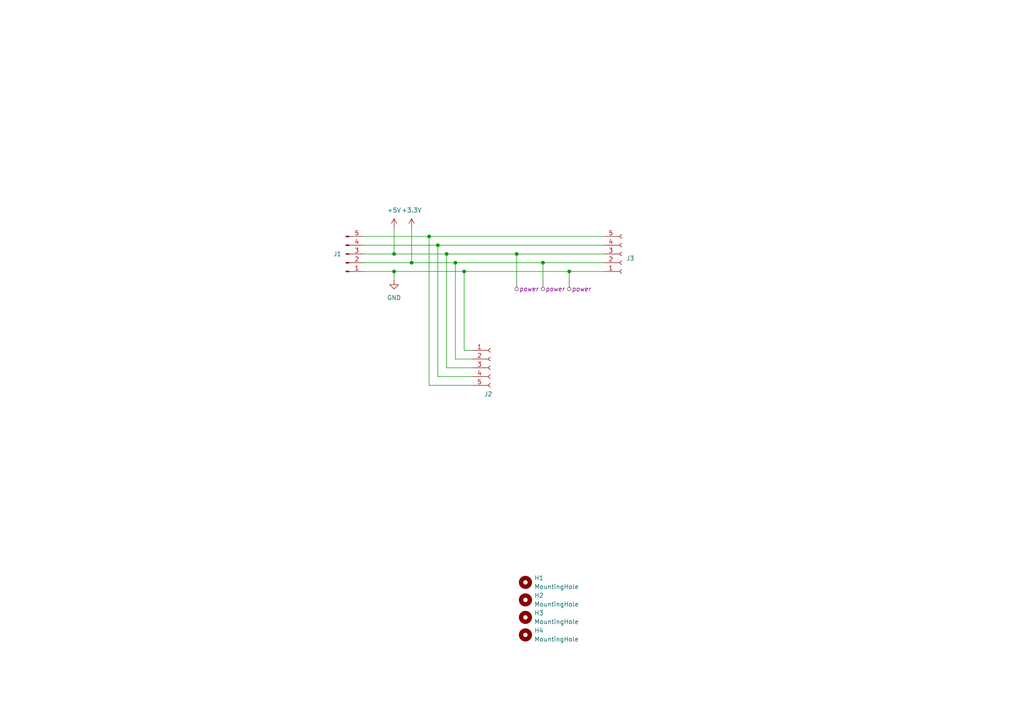
<source format=kicad_sch>
(kicad_sch (version 20231120) (generator "eeschema") (generator_version "8.0")
  (paper "A4")
  (title_block (title "${article} v${version}"))
  (lib_symbols
    (symbol "Mechanical:MountingHole" (pin_names (offset 1.016)) (exclude_from_sim yes) (in_bom no)
      (property "Reference" "H" (at 0 5.08 0))
      (property "Value" "MountingHole" (at 0 3.175 0))
      (symbol "MountingHole_0_1"
        (circle (center 0 0) (radius 1.27) (stroke (width 1.27)))
      )
    )
    (symbol "kicad_inventree_lib:FemaleHeader_01x05_P2.54_THT_angle" (pin_names (offset 1.016) hide)
      (property "Reference" "J" (at 0 7.62 0))
      (property "Value" "FemaleHeader_01x05_P2.54_THT_angle" (at 0 -7.62 0))
      (symbol "FemaleHeader_01x05_P2.54_THT_angle_1_1"
        (arc (start 0 -4.572) (mid -0.5058 -5.08) (end 0 -5.588) (stroke (width 0.1524)))
        (arc (start 0 -2.032) (mid -0.5058 -2.54) (end 0 -3.048) (stroke (width 0.1524)))
        (polyline (pts (xy -1.27 -5.08) (xy -0.508 -5.08)) (stroke (width 0.1524)))
        (polyline (pts (xy -1.27 -2.54) (xy -0.508 -2.54)) (stroke (width 0.1524)))
        (polyline (pts (xy -1.27 0) (xy -0.508 0)) (stroke (width 0.1524)))
        (polyline (pts (xy -1.27 2.54) (xy -0.508 2.54)) (stroke (width 0.1524)))
        (polyline (pts (xy -1.27 5.08) (xy -0.508 5.08)) (stroke (width 0.1524)))
        (arc (start 0 0.508) (mid -0.5058 0) (end 0 -0.508) (stroke (width 0.1524)))
        (arc (start 0 3.048) (mid -0.5058 2.54) (end 0 2.032) (stroke (width 0.1524)))
        (arc (start 0 5.588) (mid -0.5058 5.08) (end 0 4.572) (stroke (width 0.1524)))
        (pin passive line (at -5.08 5.08 0) (length 3.81) (name "Pin_1") (number "1"))
        (pin passive line (at -5.08 2.54 0) (length 3.81) (name "Pin_2") (number "2"))
        (pin passive line (at -5.08 0 0) (length 3.81) (name "Pin_3") (number "3"))
        (pin passive line (at -5.08 -2.54 0) (length 3.81) (name "Pin_4") (number "4"))
        (pin passive line (at -5.08 -5.08 0) (length 3.81) (name "Pin_5") (number "5"))
      )
    )
    (symbol "kicad_inventree_lib:FemaleHeader_01x05_P2.54_THT_straight" (pin_names (offset 1.016) hide)
      (property "Reference" "J" (at 0 7.62 0))
      (property "Value" "FemaleHeader_01x05_P2.54_THT_straight" (at 0 -7.62 0))
      (symbol "FemaleHeader_01x05_P2.54_THT_straight_1_1"
        (arc (start 0 -4.572) (mid -0.5058 -5.08) (end 0 -5.588) (stroke (width 0.1524)))
        (arc (start 0 -2.032) (mid -0.5058 -2.54) (end 0 -3.048) (stroke (width 0.1524)))
        (polyline (pts (xy -1.27 -5.08) (xy -0.508 -5.08)) (stroke (width 0.1524)))
        (polyline (pts (xy -1.27 -2.54) (xy -0.508 -2.54)) (stroke (width 0.1524)))
        (polyline (pts (xy -1.27 0) (xy -0.508 0)) (stroke (width 0.1524)))
        (polyline (pts (xy -1.27 2.54) (xy -0.508 2.54)) (stroke (width 0.1524)))
        (polyline (pts (xy -1.27 5.08) (xy -0.508 5.08)) (stroke (width 0.1524)))
        (arc (start 0 0.508) (mid -0.5058 0) (end 0 -0.508) (stroke (width 0.1524)))
        (arc (start 0 3.048) (mid -0.5058 2.54) (end 0 2.032) (stroke (width 0.1524)))
        (arc (start 0 5.588) (mid -0.5058 5.08) (end 0 4.572) (stroke (width 0.1524)))
        (pin passive line (at -5.08 5.08 0) (length 3.81) (name "Pin_1") (number "1"))
        (pin passive line (at -5.08 2.54 0) (length 3.81) (name "Pin_2") (number "2"))
        (pin passive line (at -5.08 0 0) (length 3.81) (name "Pin_3") (number "3"))
        (pin passive line (at -5.08 -2.54 0) (length 3.81) (name "Pin_4") (number "4"))
        (pin passive line (at -5.08 -5.08 0) (length 3.81) (name "Pin_5") (number "5"))
      )
    )
    (symbol "kicad_inventree_lib:PinHeader_01x05_P2.54_THT_angle" (pin_names (offset 1.016) hide)
      (property "Reference" "J" (at 0 7.62 0))
      (property "Value" "PinHeader_01x05_P2.54_THT_angle" (at 0 -7.62 0))
      (symbol "PinHeader_01x05_P2.54_THT_angle_1_1"
        (polyline (pts (xy 1.27 -5.08) (xy 0.8636 -5.08)) (stroke (width 0.1524)))
        (polyline (pts (xy 1.27 -2.54) (xy 0.8636 -2.54)) (stroke (width 0.1524)))
        (polyline (pts (xy 1.27 0) (xy 0.8636 0)) (stroke (width 0.1524)))
        (polyline (pts (xy 1.27 2.54) (xy 0.8636 2.54)) (stroke (width 0.1524)))
        (polyline (pts (xy 1.27 5.08) (xy 0.8636 5.08)) (stroke (width 0.1524)))
        (rectangle (start 0.8636 -4.953) (end 0 -5.207) (stroke (width 0.1524)) (fill (type outline)))
        (rectangle (start 0.8636 -2.413) (end 0 -2.667) (stroke (width 0.1524)) (fill (type outline)))
        (rectangle (start 0.8636 0.127) (end 0 -0.127) (stroke (width 0.1524)) (fill (type outline)))
        (rectangle (start 0.8636 2.667) (end 0 2.413) (stroke (width 0.1524)) (fill (type outline)))
        (rectangle (start 0.8636 5.207) (end 0 4.953) (stroke (width 0.1524)) (fill (type outline)))
        (pin passive line (at 5.08 5.08 180) (length 3.81) (name "Pin_1") (number "1"))
        (pin passive line (at 5.08 2.54 180) (length 3.81) (name "Pin_2") (number "2"))
        (pin passive line (at 5.08 0 180) (length 3.81) (name "Pin_3") (number "3"))
        (pin passive line (at 5.08 -2.54 180) (length 3.81) (name "Pin_4") (number "4"))
        (pin passive line (at 5.08 -5.08 180) (length 3.81) (name "Pin_5") (number "5"))
      )
    )
    (symbol "power:+5V" (power) (pin_numbers hide) (pin_names (offset 0) hide)
      (property "Value" "+5V" (at 0 3.556 0))
      (symbol "+5V_0_1"
        (polyline (pts (xy -0.762 1.27) (xy 0 2.54)))
        (polyline (pts (xy 0 0) (xy 0 2.54)))
        (polyline (pts (xy 0 2.54) (xy 0.762 1.27)))
      )
      (symbol "+5V_1_1"
        (pin power_in line (at 0 0 90) (length 0) (name "~") (number "1"))
      )
    )
    (symbol "power:GND" (power) (pin_numbers hide) (pin_names (offset 0) hide)
      (property "Value" "GND" (at 0 -3.81 0))
      (symbol "GND_0_1"
        (polyline (pts (xy 0 0) (xy 0 -1.27) (xy 1.27 -1.27) (xy 0 -2.54) (xy -1.27 -1.27) (xy 0 -1.27)))
      )
      (symbol "GND_1_1"
        (pin power_in line (at 0 0 270) (length 0) (name "~") (number "1"))
      )
    )
  )
  (junction (at 114.3 78.74))
  (junction (at 124.46 68.58))
  (junction (at 132.08 76.2))
  (junction (at 149.86 73.66))
  (junction (at 165.1 78.74))
  (junction (at 119.38 76.2))
  (junction (at 157.48 76.2))
  (junction (at 134.62 78.74))
  (junction (at 127 71.12))
  (junction (at 129.54 73.66))
  (junction (at 114.3 73.66))
  (wire (pts (xy 105.41 71.12) (xy 127 71.12)))
  (wire (pts (xy 114.3 73.66) (xy 129.54 73.66)))
  (wire (pts (xy 124.46 68.58) (xy 175.26 68.58)))
  (wire (pts (xy 105.41 78.74) (xy 114.3 78.74)))
  (wire (pts (xy 132.08 104.14) (xy 137.16 104.14)))
  (wire (pts (xy 132.08 104.14) (xy 132.08 76.2)))
  (wire (pts (xy 132.08 76.2) (xy 157.48 76.2)))
  (wire (pts (xy 149.86 73.66) (xy 149.86 81.28)))
  (wire (pts (xy 157.48 76.2) (xy 157.48 81.28)))
  (wire (pts (xy 129.54 73.66) (xy 149.86 73.66)))
  (wire (pts (xy 157.48 76.2) (xy 175.26 76.2)))
  (wire (pts (xy 124.46 111.76) (xy 137.16 111.76)))
  (wire (pts (xy 127 71.12) (xy 175.26 71.12)))
  (wire (pts (xy 129.54 106.68) (xy 129.54 73.66)))
  (wire (pts (xy 127 109.22) (xy 127 71.12)))
  (wire (pts (xy 129.54 106.68) (xy 137.16 106.68)))
  (wire (pts (xy 165.1 78.74) (xy 175.26 78.74)))
  (wire (pts (xy 105.41 73.66) (xy 114.3 73.66)))
  (wire (pts (xy 114.3 78.74) (xy 114.3 81.28)))
  (wire (pts (xy 119.38 76.2) (xy 132.08 76.2)))
  (wire (pts (xy 149.86 73.66) (xy 175.26 73.66)))
  (wire (pts (xy 134.62 78.74) (xy 134.62 101.6)))
  (wire (pts (xy 105.41 76.2) (xy 119.38 76.2)))
  (wire (pts (xy 165.1 78.74) (xy 165.1 81.28)))
  (wire (pts (xy 124.46 111.76) (xy 124.46 68.58)))
  (wire (pts (xy 119.38 66.04) (xy 119.38 76.2)))
  (wire (pts (xy 137.16 101.6) (xy 134.62 101.6)))
  (wire (pts (xy 127 109.22) (xy 137.16 109.22)))
  (wire (pts (xy 114.3 66.04) (xy 114.3 73.66)))
  (wire (pts (xy 134.62 78.74) (xy 165.1 78.74)))
  (wire (pts (xy 105.41 68.58) (xy 124.46 68.58)))
  (wire (pts (xy 114.3 78.74) (xy 134.62 78.74)))
  (netclass_flag "" (length 2.54) (shape round) (at 165.1 81.28 180) (property "Netclass" "power" (at 165.7985 83.82 0) (effects (font (italic yes)) (justify left))))
  (netclass_flag "" (length 2.54) (shape round) (at 149.86 81.28 180) (property "Netclass" "power" (at 150.5585 83.82 0) (effects (font (italic yes)) (justify left))))
  (netclass_flag "" (length 2.54) (shape round) (at 157.48 81.28 180) (property "Netclass" "power" (at 158.1785 83.82 0) (effects (font (italic yes)) (justify left))))
  (symbol (lib_id "power:+5V") (at 114.3 66.04 0) (unit 1)
    (property "Reference" "#PWR01" (effects (hide yes)))
    (property "Value" "+5V" (at 114.3 60.96 0))
    (property "Description" "Power symbol creates a global label with name \"+5V\"" (effects (hide yes)))
  )
  (symbol (lib_id "Mechanical:MountingHole") (at 152.4 173.99 0) (unit 1) (exclude_from_sim yes) (in_bom no)
    (property "Reference" "H2" (at 154.94 172.7199 0) (effects (justify left)))
    (property "Value" "MountingHole" (at 154.94 175.2599 0) (effects (justify left)))
    (property "Footprint" "MountingHole:MountingHole_3.2mm_M3" (effects (hide yes)))
    (property "Description" "Mounting Hole without connection" (effects (hide yes)))
  )
  (symbol (lib_id "kicad_inventree_lib:FemaleHeader_01x05_P2.54_THT_angle") (at 180.34 73.66 0) (mirror x) (unit 1)
    (property "Reference" "J3" (at 181.61 74.9301 0) (effects (justify left)))
    (property "Value" "FemaleHeader_01x05_P2.54_THT_angle" (effects (hide yes)))
    (property "Footprint" "Connector_PinSocket_2.54mm:PinSocket_1x05_P2.54mm_Horizontal" (effects (hide yes)))
    (property "Datasheet" "http://inventree.network/part/107/" (effects (hide yes)))
    (property "Description" "Generic connector, single row, 01x05, script generated" (effects (hide yes)))
    (property "part_ipn" "FemaleHeader_01x05_P2.54_THT_angle" (effects (hide yes)))
  )
  (symbol (lib_id "Mechanical:MountingHole") (at 152.4 179.07 0) (unit 1) (exclude_from_sim yes) (in_bom no)
    (property "Reference" "H3" (at 154.94 177.7999 0) (effects (justify left)))
    (property "Value" "MountingHole" (at 154.94 180.3399 0) (effects (justify left)))
    (property "Footprint" "MountingHole:MountingHole_3.2mm_M3" (effects (hide yes)))
    (property "Description" "Mounting Hole without connection" (effects (hide yes)))
  )
  (symbol (lib_id "power:GND") (at 114.3 81.28 0) (unit 1)
    (property "Reference" "#PWR02" (effects (hide yes)))
    (property "Value" "GND" (at 114.3 86.36 0))
    (property "Description" "Power symbol creates a global label with name \"GND\" , ground" (effects (hide yes)))
  )
  (symbol (lib_id "power:+5V") (at 119.38 66.04 0) (unit 1)
    (property "Reference" "#PWR03" (effects (hide yes)))
    (property "Value" "+3.3V" (at 119.38 60.96 0))
    (property "Description" "Power symbol creates a global label with name \"+5V\"" (effects (hide yes)))
  )
  (symbol (lib_id "kicad_inventree_lib:FemaleHeader_01x05_P2.54_THT_straight") (at 142.24 106.68 0) (unit 1)
    (property "Reference" "J2" (at 141.605 114.3 0))
    (property "Value" "FemaleHeader_01x05_P2.54_THT_straight" (effects (hide yes)))
    (property "Footprint" "Connector_PinSocket_2.54mm:PinSocket_1x05_P2.54mm_Vertical" (effects (hide yes)))
    (property "Datasheet" "http://inventree.network/part/109/" (effects (hide yes)))
    (property "Description" "Generic connector, single row, 01x05, script generated" (effects (hide yes)))
    (property "part_ipn" "FemaleHeader_01x05_P2.54_THT_straight" (effects (hide yes)))
  )
  (symbol (lib_id "kicad_inventree_lib:PinHeader_01x05_P2.54_THT_angle") (at 100.33 73.66 0) (mirror x) (unit 1)
    (property "Reference" "J1" (at 99.06 73.6599 0) (effects (justify right)))
    (property "Value" "PinHeader_01x05_P2.54_THT_angle" (effects (hide yes)))
    (property "Footprint" "Connector_PinHeader_2.54mm:PinHeader_1x05_P2.54mm_Horizontal" (effects (hide yes)))
    (property "Datasheet" "http://inventree.network/part/110/" (effects (hide yes)))
    (property "Description" "Generic connector, single row, 01x05, script generated" (effects (hide yes)))
    (property "part_ipn" "PinHeader_01x05_P2.54_THT_angle" (effects (hide yes)))
  )
  (symbol (lib_id "Mechanical:MountingHole") (at 152.4 168.91 0) (unit 1) (exclude_from_sim yes) (in_bom no)
    (property "Reference" "H1" (at 154.94 167.6399 0) (effects (justify left)))
    (property "Value" "MountingHole" (at 154.94 170.1799 0) (effects (justify left)))
    (property "Footprint" "MountingHole:MountingHole_3.2mm_M3" (effects (hide yes)))
    (property "Description" "Mounting Hole without connection" (effects (hide yes)))
  )
  (symbol (lib_id "Mechanical:MountingHole") (at 152.4 184.15 0) (unit 1) (exclude_from_sim yes) (in_bom no)
    (property "Reference" "H4" (at 154.94 182.8799 0) (effects (justify left)))
    (property "Value" "MountingHole" (at 154.94 185.4199 0) (effects (justify left)))
    (property "Footprint" "MountingHole:MountingHole_3.2mm_M3" (effects (hide yes)))
    (property "Description" "Mounting Hole without connection" (effects (hide yes)))
  )
)
</source>
